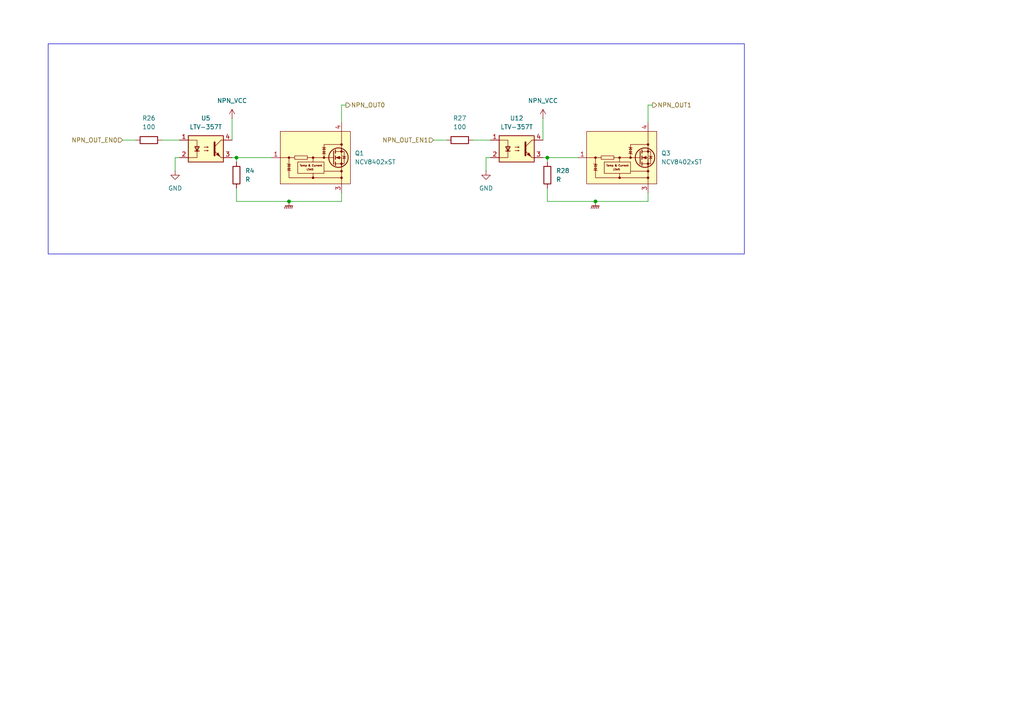
<source format=kicad_sch>
(kicad_sch (version 20250114) (generator "eeschema") (generator_version "9.0")
  (paper "A4")
  (lib_symbols
    (symbol "Device:R" (pin_numbers (hide yes)) (pin_names (offset 0))
      (property "Reference" "R" (at 2.032 0 90))
      (property "Value" "R" (at 0 0 90))
      (symbol "R_0_1"
        (rectangle (start -1.016 -2.54) (end 1.016 2.54) (stroke (width 0.254)))
      )
      (symbol "R_1_1"
        (pin passive line (at 0 3.81 270) (length 1.27) (name "~") (number "1"))
        (pin passive line (at 0 -3.81 90) (length 1.27) (name "~") (number "2"))
      )
    )
    (symbol "Driver_FET:NCV8402xST" (pin_names (offset 0) (hide yes))
      (property "Reference" "Q" (at 5.08 8.89 0))
      (property "Value" "NCV8402xST" (at -11.43 8.89 0))
      (symbol "NCV8402xST_0_0"
        (rectangle (start -10.16 7.62) (end 10.16 -7.62) (fill (type background)))
        (rectangle (start -5.969 0.508) (end -2.286 -0.508))
        (polyline (pts (xy -0.635 -1.27) (xy -0.635 -0.635) (xy -0.635 0)))
        (polyline (pts (xy -0.635 -5.842) (xy -7.62 -5.842) (xy -7.62 0) (xy -6.096 0)))
        (polyline (pts (xy 2.54 0) (xy -2.286 0) (xy -0.889 0)))
        (polyline (pts (xy 2.54 0) (xy 2.54 3.81) (xy 7.62 3.81)))
        (polyline (pts (xy 7.62 2.54) (xy 7.62 7.62)))
        (polyline (pts (xy 7.62 2.54) (xy 7.62 -7.62)))
        (polyline (pts (xy 7.62 -5.842) (xy -0.635 -5.842) (xy -0.635 -4.572)))
        (text "Limit" (at -1.524 -3.429 0) (effects (font (size 0.5334 0.5334))))
        (text "Temp & Current" (at -1.27 -2.286 0) (effects (font (size 0.5334 0.5334))))
      )
      (symbol "NCV8402xST_0_1"
        (polyline (pts (xy -7.62 0) (xy -10.16 0)))
        (rectangle (start -5.08 -1.27) (end 2.54 -4.572))
        (polyline (pts (xy 7.62 -3.937) (xy 2.667 -3.937)))
      )
      (symbol "NCV8402xST_1_1"
        (polyline (pts (xy -8.128 -1.778) (xy -8.001 -1.905) (xy -7.239 -1.905) (xy -7.112 -2.032)))
        (circle (center -7.62 0) (radius 0.2794) (fill (type outline)))
        (polyline (pts (xy -7.62 -1.905) (xy -8.001 -2.54) (xy -7.239 -2.54) (xy -7.62 -1.905)))
        (polyline (pts (xy -7.62 -3.683) (xy -7.239 -3.048) (xy -8.001 -3.048) (xy -7.62 -3.683)))
        (polyline (pts (xy -7.112 -3.81) (xy -7.239 -3.683) (xy -8.001 -3.683) (xy -8.128 -3.556)))
        (circle (center -0.635 0) (radius 0.2794) (fill (type outline)))
        (circle (center -0.635 -5.842) (radius 0.2794) (fill (type outline)))
        (polyline (pts (xy 2.032 3.048) (xy 2.159 2.921) (xy 2.921 2.921) (xy 3.048 2.794)))
        (polyline (pts (xy 2.54 2.921) (xy 2.159 2.286) (xy 2.921 2.286) (xy 2.54 2.921)))
        (polyline (pts (xy 2.54 1.143) (xy 2.921 1.778) (xy 2.159 1.778) (xy 2.54 1.143)))
        (polyline (pts (xy 2.54 0) (xy 5.334 0)))
        (circle (center 2.54 0) (radius 0.2794) (fill (type outline)))
        (polyline (pts (xy 3.048 1.016) (xy 2.921 1.143) (xy 2.159 1.143) (xy 2.032 1.27)))
        (polyline (pts (xy 5.334 1.905) (xy 5.334 -1.905) (xy 5.334 -1.905)) (stroke (width 0.254)))
        (polyline (pts (xy 5.842 2.286) (xy 5.842 1.27)) (stroke (width 0.254)))
        (polyline (pts (xy 5.842 1.778) (xy 7.62 1.778)))
        (polyline (pts (xy 5.842 0.508) (xy 5.842 -0.508)) (stroke (width 0.254)))
        (polyline (pts (xy 5.842 0) (xy 7.62 0)))
        (polyline (pts (xy 5.842 -1.27) (xy 5.842 -2.286)) (stroke (width 0.254)))
        (polyline (pts (xy 5.842 -1.778) (xy 7.62 -1.778)))
        (polyline (pts (xy 6.096 0) (xy 7.112 0.381) (xy 7.112 -0.381) (xy 6.096 0)) (fill (type outline)))
        (circle (center 6.731 0) (radius 2.8194) (stroke (width 0.254)))
        (circle (center 7.62 3.81) (radius 0.2794) (fill (type outline)))
        (polyline (pts (xy 7.62 2.54) (xy 7.62 1.778)))
        (circle (center 7.62 1.778) (radius 0.2794) (fill (type outline)))
        (polyline (pts (xy 7.62 -1.778) (xy 7.62 0)))
        (polyline (pts (xy 7.62 -1.778) (xy 7.62 -2.54)))
        (polyline (pts (xy 7.62 -1.778) (xy 8.382 -1.778) (xy 8.382 1.778) (xy 7.62 1.778)))
        (circle (center 7.62 -1.778) (radius 0.2794) (fill (type outline)))
        (circle (center 7.62 -3.937) (radius 0.2794) (fill (type outline)))
        (circle (center 7.62 -5.842) (radius 0.2794) (fill (type outline)))
        (polyline (pts (xy 7.874 0.508) (xy 8.001 0.381) (xy 8.763 0.381) (xy 8.89 0.254)))
        (polyline (pts (xy 8.382 0.381) (xy 8.001 -0.254) (xy 8.763 -0.254) (xy 8.382 0.381)))
        (pin input line (at -12.7 0 0) (length 2.54) (name "G") (number "1"))
        (pin passive line (at 7.62 10.16 270) (length 2.54) (hide yes) (name "D") (number "2"))
        (pin passive line (at 7.62 10.16 270) (length 2.54) (name "D") (number "4"))
        (pin passive line (at 7.62 -10.16 90) (length 2.54) (name "S") (number "3"))
      )
    )
    (symbol "Isolator:LTV-357T" (pin_names (offset 1.016))
      (property "Reference" "U" (at -5.334 4.826 0))
      (property "Value" "LTV-357T" (at 0 5.08 0))
      (symbol "LTV-357T_0_1"
        (rectangle (start -5.08 3.81) (end 5.08 -3.81) (stroke (width 0.254)) (fill (type background)))
        (polyline (pts (xy -5.08 2.54) (xy -2.54 2.54) (xy -2.54 -0.762)))
        (polyline (pts (xy -3.175 -0.635) (xy -1.905 -0.635)) (stroke (width 0.254)))
        (polyline (pts (xy -2.54 -0.635) (xy -2.54 -2.54) (xy -5.08 -2.54)))
        (polyline (pts (xy -2.54 -0.635) (xy -3.175 0.635) (xy -1.905 0.635) (xy -2.54 -0.635)) (stroke (width 0.254)))
        (polyline (pts (xy -0.508 0.508) (xy 0.762 0.508) (xy 0.381 0.381) (xy 0.381 0.635) (xy 0.762 0.508)))
        (polyline (pts (xy -0.508 -0.508) (xy 0.762 -0.508) (xy 0.381 -0.635) (xy 0.381 -0.381) (xy 0.762 -0.508)))
        (polyline (pts (xy 2.54 1.905) (xy 2.54 -1.905) (xy 2.54 -1.905)) (stroke (width 0.508)))
        (polyline (pts (xy 2.54 0.635) (xy 4.445 2.54)))
        (polyline (pts (xy 3.048 -1.651) (xy 3.556 -1.143) (xy 4.064 -2.159) (xy 3.048 -1.651) (xy 3.048 -1.651)) (fill (type outline)))
        (polyline (pts (xy 4.445 2.54) (xy 5.08 2.54)))
        (polyline (pts (xy 4.445 -2.54) (xy 2.54 -0.635)) (fill (type outline)))
        (polyline (pts (xy 4.445 -2.54) (xy 5.08 -2.54)))
      )
      (symbol "LTV-357T_1_1"
        (pin passive line (at -7.62 2.54 0) (length 2.54) (name "~") (number "1"))
        (pin passive line (at -7.62 -2.54 0) (length 2.54) (name "~") (number "2"))
        (pin passive line (at 7.62 2.54 180) (length 2.54) (name "~") (number "4"))
        (pin passive line (at 7.62 -2.54 180) (length 2.54) (name "~") (number "3"))
      )
    )
    (symbol "power:GND" (power) (pin_numbers (hide yes)) (pin_names (offset 0) (hide yes))
      (property "Value" "GND" (at 0 -3.81 0))
      (symbol "GND_0_1"
        (polyline (pts (xy 0 0) (xy 0 -1.27) (xy 1.27 -1.27) (xy 0 -2.54) (xy -1.27 -1.27) (xy 0 -1.27)))
      )
      (symbol "GND_1_1"
        (pin power_in line (at 0 0 270) (length 0) (name "~") (number "1"))
      )
    )
    (symbol "power:GNDPWR" (power) (pin_numbers (hide yes)) (pin_names (offset 0) (hide yes))
      (property "Value" "GNDPWR" (at 0 -3.302 0))
      (symbol "GNDPWR_0_1"
        (polyline (pts (xy -1.016 -1.27) (xy -1.27 -2.032) (xy -1.27 -2.032)) (stroke (width 0.2032)))
        (polyline (pts (xy -0.508 -1.27) (xy -0.762 -2.032) (xy -0.762 -2.032)) (stroke (width 0.2032)))
        (polyline (pts (xy 0 -1.27) (xy 0 0)))
        (polyline (pts (xy 0 -1.27) (xy -0.254 -2.032) (xy -0.254 -2.032)) (stroke (width 0.2032)))
        (polyline (pts (xy 0.508 -1.27) (xy 0.254 -2.032) (xy 0.254 -2.032)) (stroke (width 0.2032)))
        (polyline (pts (xy 1.016 -1.27) (xy -1.016 -1.27) (xy -1.016 -1.27)) (stroke (width 0.2032)))
        (polyline (pts (xy 1.016 -1.27) (xy 0.762 -2.032) (xy 0.762 -2.032) (xy 0.762 -2.032)) (stroke (width 0.2032)))
      )
      (symbol "GNDPWR_1_1"
        (pin power_in line (at 0 0 270) (length 0) (name "~") (number "1"))
      )
    )
    (symbol "power:VCC" (power) (pin_numbers (hide yes)) (pin_names (offset 0) (hide yes))
      (property "Value" "VCC" (at 0 3.556 0))
      (symbol "VCC_0_1"
        (polyline (pts (xy -0.762 1.27) (xy 0 2.54)))
        (polyline (pts (xy 0 2.54) (xy 0.762 1.27)))
        (polyline (pts (xy 0 0) (xy 0 2.54)))
      )
      (symbol "VCC_1_1"
        (pin power_in line (at 0 0 90) (length 0) (name "~") (number "1"))
      )
    )
  )
  (rectangle (start 13.97 12.7) (end 215.9 73.66))
  (junction (at 172.72 58.42))
  (junction (at 68.58 45.72))
  (junction (at 83.82 58.42))
  (junction (at 158.75 45.72))
  (wire (pts (xy 140.97 49.53) (xy 140.97 45.72)))
  (wire (pts (xy 68.58 54.61) (xy 68.58 58.42)))
  (wire (pts (xy 157.48 34.29) (xy 157.48 40.64)))
  (wire (pts (xy 50.8 45.72) (xy 52.07 45.72)))
  (wire (pts (xy 125.73 40.64) (xy 129.54 40.64)))
  (wire (pts (xy 158.75 54.61) (xy 158.75 58.42)))
  (wire (pts (xy 67.31 34.29) (xy 67.31 40.64)))
  (wire (pts (xy 172.72 58.42) (xy 187.96 58.42)))
  (wire (pts (xy 83.82 58.42) (xy 99.06 58.42)))
  (wire (pts (xy 158.75 45.72) (xy 158.75 46.99)))
  (wire (pts (xy 68.58 45.72) (xy 78.74 45.72)))
  (wire (pts (xy 157.48 45.72) (xy 158.75 45.72)))
  (wire (pts (xy 158.75 58.42) (xy 172.72 58.42)))
  (wire (pts (xy 187.96 30.48) (xy 187.96 35.56)))
  (wire (pts (xy 67.31 45.72) (xy 68.58 45.72)))
  (wire (pts (xy 137.16 40.64) (xy 142.24 40.64)))
  (wire (pts (xy 50.8 49.53) (xy 50.8 45.72)))
  (wire (pts (xy 187.96 30.48) (xy 189.23 30.48)))
  (wire (pts (xy 140.97 45.72) (xy 142.24 45.72)))
  (wire (pts (xy 99.06 58.42) (xy 99.06 55.88)))
  (wire (pts (xy 99.06 30.48) (xy 100.33 30.48)))
  (wire (pts (xy 35.56 40.64) (xy 39.37 40.64)))
  (wire (pts (xy 99.06 35.56) (xy 99.06 30.48)))
  (wire (pts (xy 187.96 58.42) (xy 187.96 55.88)))
  (wire (pts (xy 46.99 40.64) (xy 52.07 40.64)))
  (wire (pts (xy 68.58 45.72) (xy 68.58 46.99)))
  (wire (pts (xy 68.58 58.42) (xy 83.82 58.42)))
  (wire (pts (xy 158.75 45.72) (xy 167.64 45.72)))
  (hierarchical_label "NPN_OUT0" (shape output) (at 100.33 30.48 0))
  (hierarchical_label "NPN_OUT1" (shape output) (at 189.23 30.48 0))
  (hierarchical_label "NPN_OUT_EN0" (shape input) (at 35.56 40.64 180))
  (hierarchical_label "NPN_OUT_EN1" (shape input) (at 125.73 40.64 180))
  (symbol (lib_id "Device:R") (at 158.75 50.8 0) (unit 1)
    (property "Reference" "R28" (at 161.29 49.5299 0) (effects (justify left)))
    (property "Value" "R" (at 161.29 52.0699 0) (effects (justify left)))
    (property "Description" "Resistor" (effects (hide yes)))
  )
  (symbol (lib_id "power:VCC") (at 67.31 34.29 0) (unit 1)
    (property "Reference" "#PWR053" (effects (hide yes)))
    (property "Value" "NPN_VCC" (at 67.31 29.21 0))
    (property "Description" "Power symbol creates a global label with name \"VCC\"" (effects (hide yes)))
  )
  (symbol (lib_id "Device:R") (at 43.18 40.64 90) (unit 1)
    (property "Reference" "R26" (at 43.18 34.29 90))
    (property "Value" "100" (at 43.18 36.83 90))
    (property "Description" "Resistor" (effects (hide yes)))
  )
  (symbol (lib_id "Driver_FET:NCV8402xST") (at 91.44 45.72 0) (unit 1)
    (property "Reference" "Q1" (at 102.87 44.4499 0) (effects (justify left)))
    (property "Value" "NCV8402xST" (at 102.87 46.9899 0) (effects (justify left)))
    (property "Footprint" "Package_TO_SOT_SMD:SOT-223" (effects (hide yes)))
    (property "Datasheet" "https://www.onsemi.com/pub/Collateral/NCV8402-D.PDF" (effects (hide yes)))
    (property "Description" "Self-Protected Low Side Driver with Temperature and Current Limit, SOT−223" (effects (hide yes)))
  )
  (symbol (lib_id "power:VCC") (at 157.48 34.29 0) (unit 1)
    (property "Reference" "#PWR027" (effects (hide yes)))
    (property "Value" "NPN_VCC" (at 157.48 29.21 0))
    (property "Description" "Power symbol creates a global label with name \"VCC\"" (effects (hide yes)))
  )
  (symbol (lib_id "Isolator:LTV-357T") (at 149.86 43.18 0) (unit 1)
    (property "Reference" "U12" (at 149.86 34.29 0))
    (property "Value" "LTV-357T" (at 149.86 36.83 0))
    (property "Footprint" "Package_SO:SO-4_4.4x3.6mm_P2.54mm" (effects (hide yes)))
    (property "Datasheet" "https://www.buerklin.com/medias/sys_master/download/download/h91/ha0/8892020588574.pdf" (effects (hide yes)))
    (property "Description" "DC Optocoupler, Vce 35V, CTR 50%, SO-4" (effects (hide yes)))
  )
  (symbol (lib_id "Isolator:LTV-357T") (at 59.69 43.18 0) (unit 1)
    (property "Reference" "U5" (at 59.69 34.29 0))
    (property "Value" "LTV-357T" (at 59.69 36.83 0))
    (property "Footprint" "Package_SO:SO-4_4.4x3.6mm_P2.54mm" (effects (hide yes)))
    (property "Datasheet" "https://www.buerklin.com/medias/sys_master/download/download/h91/ha0/8892020588574.pdf" (effects (hide yes)))
    (property "Description" "DC Optocoupler, Vce 35V, CTR 50%, SO-4" (effects (hide yes)))
  )
  (symbol (lib_id "power:GND") (at 50.8 49.53 0) (unit 1)
    (property "Reference" "#PWR0104" (effects (hide yes)))
    (property "Value" "GND" (at 50.8 54.61 0))
    (property "Description" "Power symbol creates a global label with name \"GND\" , ground" (effects (hide yes)))
  )
  (symbol (lib_id "Device:R") (at 68.58 50.8 0) (unit 1)
    (property "Reference" "R4" (at 71.12 49.5299 0) (effects (justify left)))
    (property "Value" "R" (at 71.12 52.0699 0) (effects (justify left)))
    (property "Description" "Resistor" (effects (hide yes)))
  )
  (symbol (lib_id "Driver_FET:NCV8402xST") (at 180.34 45.72 0) (unit 1)
    (property "Reference" "Q3" (at 191.77 44.4499 0) (effects (justify left)))
    (property "Value" "NCV8402xST" (at 191.77 46.9899 0) (effects (justify left)))
    (property "Footprint" "Package_TO_SOT_SMD:SOT-223" (effects (hide yes)))
    (property "Datasheet" "https://www.onsemi.com/pub/Collateral/NCV8402-D.PDF" (effects (hide yes)))
    (property "Description" "Self-Protected Low Side Driver with Temperature and Current Limit, SOT−223" (effects (hide yes)))
  )
  (symbol (lib_id "Device:R") (at 133.35 40.64 90) (unit 1)
    (property "Reference" "R27" (at 133.35 34.29 90))
    (property "Value" "100" (at 133.35 36.83 90))
    (property "Description" "Resistor" (effects (hide yes)))
  )
  (symbol (lib_id "power:GNDPWR") (at 172.72 58.42 0) (unit 1)
    (property "Reference" "#PWR054" (effects (hide yes)))
    (property "Value" "NPNOUT_GND" (effects (hide yes)))
    (property "Description" "Power symbol creates a global label with name \"GNDPWR\" , global ground" (effects (hide yes)))
  )
  (symbol (lib_id "power:GND") (at 140.97 49.53 0) (unit 1)
    (property "Reference" "#PWR023" (effects (hide yes)))
    (property "Value" "GND" (at 140.97 54.61 0))
    (property "Description" "Power symbol creates a global label with name \"GND\" , ground" (effects (hide yes)))
  )
  (symbol (lib_id "power:GNDPWR") (at 83.82 58.42 0) (unit 1)
    (property "Reference" "#PWR024" (effects (hide yes)))
    (property "Value" "NPNOUT_GND" (effects (hide yes)))
    (property "Description" "Power symbol creates a global label with name \"GNDPWR\" , global ground" (effects (hide yes)))
  )
)
</source>
